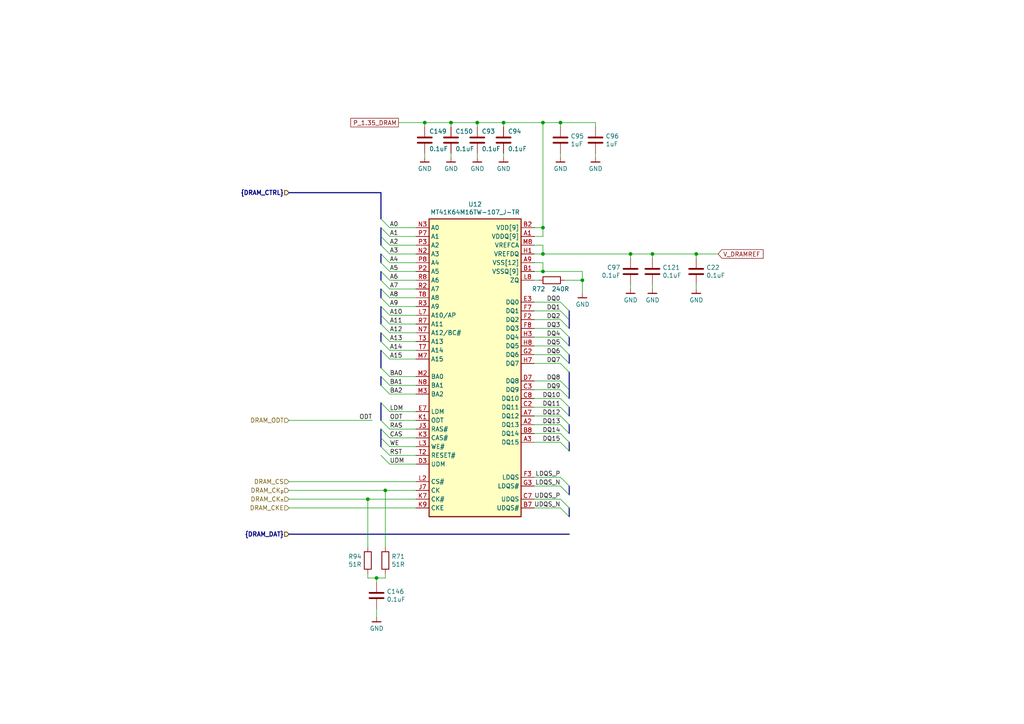
<source format=kicad_sch>
(kicad_sch (version 20200618) (host eeschema "5.99.0-unknown-73168a9~101~ubuntu18.04.1")
  (page 1 18)
  (paper "A4")
  (lib_symbols
    (symbol "Device:C" (pin_numbers hide) (pin_names (offset 0.254))
      (property "Reference" "C" (at 0.635 2.54 0))
      (property "Value" "C" (at 0.635 -2.54 0))
      (symbol "C_0_1"
        (polyline (pts (xy -2.032 -0.762) (xy 2.032 -0.762)) (stroke (width 0.508)))
        (polyline (pts (xy -2.032 0.762) (xy 2.032 0.762)) (stroke (width 0.508)))
      )
      (symbol "C_1_1"
        (pin passive line (at 0 3.81 270) (length 2.794) (name "~") (number "1"))
        (pin passive line (at 0 -3.81 90) (length 2.794) (name "~") (number "2"))
      )
    )
    (symbol "Device:R" (pin_numbers hide) (pin_names (offset 0))
      (property "Reference" "R" (at 2.032 0 90))
      (property "Value" "R" (at 0 0 90))
      (symbol "R_0_1"
        (rectangle (start -1.016 -2.54) (end 1.016 2.54) (stroke (width 0.254)))
      )
      (symbol "R_1_1"
        (pin passive line (at 0 3.81 270) (length 1.27) (name "~") (number "1"))
        (pin passive line (at 0 -3.81 90) (length 1.27) (name "~") (number "2"))
      )
    )
    (symbol "gkl_mem:MT41K512M16TW"
      (property "Reference" "U" (at 0 36.83 0))
      (property "Value" "MT41K512M16TW" (at 0 34.29 0))
      (symbol "MT41K512M16TW_0_1"
        (rectangle (start -12.7 33.02) (end 13.97 -53.34) (stroke (width 0.3302)) (fill (type background)))
      )
      (symbol "MT41K512M16TW_1_1"
        (pin input line (at 17.78 27.94 180) (length 3.81) (name "VDDQ[9]") (number "A1"))
        (pin input line (at 17.78 -26.67 180) (length 3.81) (name "DQ13") (number "A2"))
        (pin input line (at 17.78 -31.75 180) (length 3.81) (name "DQ15") (number "A3"))
        (pin input line (at 17.78 -24.13 180) (length 3.81) (name "DQ12") (number "A7"))
        (pin input line (at 17.78 27.94 180) (length 0) (name "VDDQ") (number "A8"))
        (pin input line (at 17.78 20.32 180) (length 3.81) (name "VSS[12]") (number "A9"))
        (pin input line (at 17.78 17.78 180) (length 3.81) (name "VSSQ[9]") (number "B1"))
        (pin input line (at 17.78 30.48 180) (length 3.81) (name "VDD[9]") (number "B2"))
        (pin input line (at 17.78 20.32 180) (length 0) (name "VSS") (number "B3"))
        (pin input line (at 17.78 -50.8 180) (length 3.81) (name "UDQS#") (number "B7"))
        (pin input line (at 17.78 -29.21 180) (length 3.81) (name "DQ14") (number "B8"))
        (pin input line (at 17.78 17.78 180) (length 0) (name "VSSQ") (number "B9"))
        (pin input line (at 17.78 27.94 180) (length 0) (name "VDDQ") (number "C1"))
        (pin input line (at 17.78 -21.59 180) (length 3.81) (name "DQ11") (number "C2"))
        (pin input line (at 17.78 -16.51 180) (length 3.81) (name "DQ9") (number "C3"))
        (pin input line (at 17.78 -48.26 180) (length 3.81) (name "UDQS") (number "C7"))
        (pin input line (at 17.78 -19.05 180) (length 3.81) (name "DQ10") (number "C8"))
        (pin input line (at 17.78 27.94 180) (length 0) (name "VDDQ") (number "C9"))
        (pin input line (at 17.78 17.78 180) (length 0) (name "VSSQ") (number "D1"))
        (pin input line (at 17.78 27.94 180) (length 0) (name "VDDQ") (number "D2"))
        (pin input line (at -16.51 -38.1 0) (length 3.81) (name "UDM") (number "D3"))
        (pin input line (at 17.78 -13.97 180) (length 3.81) (name "DQ8") (number "D7"))
        (pin input line (at 17.78 17.78 180) (length 0) (name "VSSQ") (number "D8"))
        (pin input line (at 17.78 30.48 180) (length 0) (name "VDD") (number "D9"))
        (pin input line (at 17.78 20.32 180) (length 0) (name "VSS") (number "E1"))
        (pin input line (at 17.78 17.78 180) (length 0) (name "VSSQ") (number "E2"))
        (pin input line (at 17.78 8.89 180) (length 3.81) (name "DQ0") (number "E3"))
        (pin input line (at -16.51 -22.86 0) (length 3.81) (name "LDM") (number "E7"))
        (pin input line (at 17.78 17.78 180) (length 0) (name "VSSQ") (number "E8"))
        (pin input line (at 17.78 27.94 180) (length 0) (name "VDDQ") (number "E9"))
        (pin input line (at 17.78 27.94 180) (length 0) (name "VDDQ") (number "F1"))
        (pin input line (at 17.78 3.81 180) (length 3.81) (name "DQ2") (number "F2"))
        (pin input line (at 17.78 -41.91 180) (length 3.81) (name "LDQS") (number "F3"))
        (pin input line (at 17.78 6.35 180) (length 3.81) (name "DQ1") (number "F7"))
        (pin input line (at 17.78 1.27 180) (length 3.81) (name "DQ3") (number "F8"))
        (pin input line (at 17.78 17.78 180) (length 0) (name "VSSQ") (number "F9"))
        (pin input line (at 17.78 17.78 180) (length 0) (name "VSSQ") (number "G1"))
        (pin input line (at 17.78 -6.35 180) (length 3.81) (name "DQ6") (number "G2"))
        (pin input line (at 17.78 -44.45 180) (length 3.81) (name "LDQS#") (number "G3"))
        (pin input line (at 17.78 30.48 180) (length 0) (name "VDD") (number "G7"))
        (pin input line (at 17.78 17.78 180) (length 0) (name "VSSQ") (number "G9"))
        (pin input line (at 17.78 22.86 180) (length 3.81) (name "VREFDQ") (number "H1"))
        (pin input line (at 17.78 27.94 180) (length 0) (name "VDDQ") (number "H2"))
        (pin input line (at 17.78 -1.27 180) (length 3.81) (name "DQ4") (number "H3"))
        (pin input line (at 17.78 -8.89 180) (length 3.81) (name "DQ7") (number "H7"))
        (pin input line (at 17.78 -3.81 180) (length 3.81) (name "DQ5") (number "H8"))
        (pin input line (at 17.78 27.94 180) (length 0) (name "VDDQ") (number "H9"))
        (pin input line (at 17.78 20.32 180) (length 0) (name "VSS") (number "J2"))
        (pin input line (at -16.51 -27.94 0) (length 3.81) (name "RAS#") (number "J3"))
        (pin input line (at -16.51 -45.72 0) (length 3.81) (name "CK") (number "J7"))
        (pin input line (at 17.78 20.32 180) (length 0) (name "VSS") (number "J8"))
        (pin input line (at -16.51 -25.4 0) (length 3.81) (name "ODT") (number "K1"))
        (pin input line (at 17.78 30.48 180) (length 0) (name "VDD") (number "K2"))
        (pin input line (at -16.51 -30.48 0) (length 3.81) (name "CAS#") (number "K3"))
        (pin input line (at -16.51 -48.26 0) (length 3.81) (name "CK#") (number "K7"))
        (pin input line (at 17.78 30.48 180) (length 0) (name "VDD") (number "K8"))
        (pin input line (at -16.51 -50.8 0) (length 3.81) (name "CKE") (number "K9"))
        (pin input line (at -16.51 -43.18 0) (length 3.81) (name "CS#") (number "L2"))
        (pin input line (at -16.51 -33.02 0) (length 3.81) (name "WE#") (number "L3"))
        (pin input line (at -16.51 5.08 0) (length 3.81) (name "A10/AP") (number "L7"))
        (pin input line (at 17.78 15.24 180) (length 3.81) (name "ZQ") (number "L8"))
        (pin input line (at 17.78 20.32 180) (length 0) (name "VSS") (number "M1"))
        (pin input line (at -16.51 -12.7 0) (length 3.81) (name "BA0") (number "M2"))
        (pin input line (at -16.51 -17.78 0) (length 3.81) (name "BA2") (number "M3"))
        (pin input line (at -16.51 -7.62 0) (length 3.81) (name "A15") (number "M7"))
        (pin input line (at 17.78 25.4 180) (length 3.81) (name "VREFCA") (number "M8"))
        (pin input line (at 17.78 20.32 180) (length 0) (name "VSS") (number "M9"))
        (pin input line (at 17.78 30.48 180) (length 0) (name "VDD") (number "N1"))
        (pin input line (at -16.51 22.86 0) (length 3.81) (name "A3") (number "N2"))
        (pin input line (at -16.51 30.48 0) (length 3.81) (name "A0") (number "N3"))
        (pin input line (at -16.51 0 0) (length 3.81) (name "A12/BC#") (number "N7"))
        (pin input line (at -16.51 -15.24 0) (length 3.81) (name "BA1") (number "N8"))
        (pin input line (at 17.78 30.48 180) (length 0) (name "VDD") (number "N9"))
        (pin input line (at 17.78 20.32 180) (length 0) (name "VSS") (number "P1"))
        (pin input line (at -16.51 17.78 0) (length 3.81) (name "A5") (number "P2"))
        (pin input line (at -16.51 25.4 0) (length 3.81) (name "A2") (number "P3"))
        (pin input line (at -16.51 27.94 0) (length 3.81) (name "A1") (number "P7"))
        (pin input line (at -16.51 20.32 0) (length 3.81) (name "A4") (number "P8"))
        (pin input line (at 17.78 20.32 180) (length 0) (name "VSS") (number "P9"))
        (pin input line (at 17.78 20.32 180) (length 0) (name "VSS") (number "P9"))
        (pin input line (at 17.78 30.48 180) (length 0) (name "VDD") (number "R1"))
        (pin input line (at -16.51 12.7 0) (length 3.81) (name "A7") (number "R2"))
        (pin input line (at -16.51 7.62 0) (length 3.81) (name "A9") (number "R3"))
        (pin input line (at -16.51 2.54 0) (length 3.81) (name "A11") (number "R7"))
        (pin input line (at -16.51 15.24 0) (length 3.81) (name "A6") (number "R8"))
        (pin input line (at 17.78 30.48 180) (length 0) (name "VDD") (number "R9"))
        (pin input line (at 17.78 20.32 180) (length 0) (name "VSS") (number "T1"))
        (pin input line (at -16.51 -35.56 0) (length 3.81) (name "RESET#") (number "T2"))
        (pin input line (at -16.51 -2.54 0) (length 3.81) (name "A13") (number "T3"))
        (pin input line (at -16.51 -5.08 0) (length 3.81) (name "A14") (number "T7"))
        (pin input line (at -16.51 10.16 0) (length 3.81) (name "A8") (number "T8"))
        (pin input line (at 17.78 20.32 180) (length 0) (name "VSS") (number "T9"))
      )
    )
    (symbol "gkl_power:GND" (power) (pin_names (offset 0))
      (property "Value" "GND" (at 0 -2.54 0))
      (symbol "GND_0_1"
        (polyline (pts (xy 0 -1.27) (xy 0 0)))
        (polyline (pts (xy 1.27 -1.27) (xy -1.27 -1.27)) (stroke (width 0.3048)))
      )
      (symbol "GND_1_1"
        (pin power_in line (at 0 0 270) (length 0) hide (name "GND") (number "1"))
      )
    )
    (symbol "power:GND" (power) (pin_names (offset 0))
      (property "Value" "GND" (at 0 -2.54 0))
      (symbol "GND_0_1"
        (polyline (pts (xy 0 -1.27) (xy 0 0)))
        (polyline (pts (xy 1.27 -1.27) (xy -1.27 -1.27)) (stroke (width 0.3048)))
      )
      (symbol "GND_1_1"
        (pin power_in line (at 0 0 270) (length 0) hide (name "GND") (number "1"))
      )
    )
  )
  (junction (at 106.68 144.78))
  (junction (at 109.22 167.64))
  (junction (at 111.76 142.24))
  (junction (at 123.19 35.56))
  (junction (at 130.81 35.56))
  (junction (at 138.43 35.56))
  (junction (at 146.05 35.56))
  (junction (at 157.48 35.56))
  (junction (at 157.48 66.04))
  (junction (at 157.48 73.66))
  (junction (at 157.48 78.74))
  (junction (at 162.56 35.56))
  (junction (at 168.91 81.28))
  (junction (at 182.88 73.66))
  (junction (at 189.23 73.66))
  (junction (at 201.93 73.66))
  (bus_entry (at 110.49 63.5) (size 2.54 2.54) (stroke (width 0.1524)))
  (bus_entry (at 110.49 66.04) (size 2.54 2.54) (stroke (width 0.1524)))
  (bus_entry (at 110.49 68.58) (size 2.54 2.54) (stroke (width 0.1524)))
  (bus_entry (at 110.49 71.12) (size 2.54 2.54) (stroke (width 0.1524)))
  (bus_entry (at 110.49 73.66) (size 2.54 2.54) (stroke (width 0.1524)))
  (bus_entry (at 110.49 76.2) (size 2.54 2.54) (stroke (width 0.1524)))
  (bus_entry (at 110.49 78.74) (size 2.54 2.54) (stroke (width 0.1524)))
  (bus_entry (at 110.49 81.28) (size 2.54 2.54) (stroke (width 0.1524)))
  (bus_entry (at 110.49 83.82) (size 2.54 2.54) (stroke (width 0.1524)))
  (bus_entry (at 110.49 86.36) (size 2.54 2.54) (stroke (width 0.1524)))
  (bus_entry (at 110.49 88.9) (size 2.54 2.54) (stroke (width 0.1524)))
  (bus_entry (at 110.49 91.44) (size 2.54 2.54) (stroke (width 0.1524)))
  (bus_entry (at 110.49 93.98) (size 2.54 2.54) (stroke (width 0.1524)))
  (bus_entry (at 110.49 96.52) (size 2.54 2.54) (stroke (width 0.1524)))
  (bus_entry (at 110.49 99.06) (size 2.54 2.54) (stroke (width 0.1524)))
  (bus_entry (at 110.49 101.6) (size 2.54 2.54) (stroke (width 0.1524)))
  (bus_entry (at 110.49 106.68) (size 2.54 2.54) (stroke (width 0.1524)))
  (bus_entry (at 110.49 109.22) (size 2.54 2.54) (stroke (width 0.1524)))
  (bus_entry (at 110.49 111.76) (size 2.54 2.54) (stroke (width 0.1524)))
  (bus_entry (at 110.49 116.84) (size 2.54 2.54) (stroke (width 0.1524)))
  (bus_entry (at 110.49 121.92) (size 2.54 2.54) (stroke (width 0.1524)))
  (bus_entry (at 110.49 124.46) (size 2.54 2.54) (stroke (width 0.1524)))
  (bus_entry (at 110.49 127) (size 2.54 2.54) (stroke (width 0.1524)))
  (bus_entry (at 110.49 129.54) (size 2.54 2.54) (stroke (width 0.1524)))
  (bus_entry (at 110.49 132.08) (size 2.54 2.54) (stroke (width 0.1524)))
  (bus_entry (at 165.1 90.17) (size -2.54 -2.54) (stroke (width 0.1524)))
  (bus_entry (at 165.1 92.71) (size -2.54 -2.54) (stroke (width 0.1524)))
  (bus_entry (at 165.1 95.25) (size -2.54 -2.54) (stroke (width 0.1524)))
  (bus_entry (at 165.1 97.79) (size -2.54 -2.54) (stroke (width 0.1524)))
  (bus_entry (at 165.1 100.33) (size -2.54 -2.54) (stroke (width 0.1524)))
  (bus_entry (at 165.1 102.87) (size -2.54 -2.54) (stroke (width 0.1524)))
  (bus_entry (at 165.1 105.41) (size -2.54 -2.54) (stroke (width 0.1524)))
  (bus_entry (at 165.1 107.95) (size -2.54 -2.54) (stroke (width 0.1524)))
  (bus_entry (at 165.1 113.03) (size -2.54 -2.54) (stroke (width 0.1524)))
  (bus_entry (at 165.1 115.57) (size -2.54 -2.54) (stroke (width 0.1524)))
  (bus_entry (at 165.1 118.11) (size -2.54 -2.54) (stroke (width 0.1524)))
  (bus_entry (at 165.1 120.65) (size -2.54 -2.54) (stroke (width 0.1524)))
  (bus_entry (at 165.1 123.19) (size -2.54 -2.54) (stroke (width 0.1524)))
  (bus_entry (at 165.1 125.73) (size -2.54 -2.54) (stroke (width 0.1524)))
  (bus_entry (at 165.1 128.27) (size -2.54 -2.54) (stroke (width 0.1524)))
  (bus_entry (at 165.1 130.81) (size -2.54 -2.54) (stroke (width 0.1524)))
  (bus_entry (at 165.1 140.97) (size -2.54 -2.54) (stroke (width 0.1524)))
  (bus_entry (at 165.1 143.51) (size -2.54 -2.54) (stroke (width 0.1524)))
  (bus_entry (at 165.1 147.32) (size -2.54 -2.54) (stroke (width 0.1524)))
  (bus_entry (at 165.1 149.86) (size -2.54 -2.54) (stroke (width 0.1524)))
  (wire (pts (xy 83.82 121.92) (xy 107.95 121.92)))
  (wire (pts (xy 83.82 139.7) (xy 120.65 139.7)))
  (wire (pts (xy 83.82 142.24) (xy 111.76 142.24)))
  (wire (pts (xy 83.82 144.78) (xy 106.68 144.78)))
  (wire (pts (xy 83.82 147.32) (xy 120.65 147.32)))
  (wire (pts (xy 106.68 144.78) (xy 106.68 158.75)))
  (wire (pts (xy 106.68 144.78) (xy 120.65 144.78)))
  (wire (pts (xy 106.68 166.37) (xy 106.68 167.64)))
  (wire (pts (xy 106.68 167.64) (xy 109.22 167.64)))
  (wire (pts (xy 109.22 167.64) (xy 109.22 168.91)))
  (wire (pts (xy 109.22 167.64) (xy 111.76 167.64)))
  (wire (pts (xy 109.22 176.53) (xy 109.22 179.07)))
  (wire (pts (xy 111.76 142.24) (xy 111.76 158.75)))
  (wire (pts (xy 111.76 142.24) (xy 120.65 142.24)))
  (wire (pts (xy 111.76 167.64) (xy 111.76 166.37)))
  (wire (pts (xy 113.03 66.04) (xy 120.65 66.04)))
  (wire (pts (xy 113.03 68.58) (xy 120.65 68.58)))
  (wire (pts (xy 113.03 71.12) (xy 120.65 71.12)))
  (wire (pts (xy 113.03 73.66) (xy 120.65 73.66)))
  (wire (pts (xy 113.03 76.2) (xy 120.65 76.2)))
  (wire (pts (xy 113.03 78.74) (xy 120.65 78.74)))
  (wire (pts (xy 113.03 81.28) (xy 120.65 81.28)))
  (wire (pts (xy 113.03 83.82) (xy 120.65 83.82)))
  (wire (pts (xy 113.03 86.36) (xy 120.65 86.36)))
  (wire (pts (xy 113.03 88.9) (xy 120.65 88.9)))
  (wire (pts (xy 113.03 91.44) (xy 120.65 91.44)))
  (wire (pts (xy 113.03 93.98) (xy 120.65 93.98)))
  (wire (pts (xy 113.03 96.52) (xy 120.65 96.52)))
  (wire (pts (xy 113.03 99.06) (xy 120.65 99.06)))
  (wire (pts (xy 113.03 101.6) (xy 120.65 101.6)))
  (wire (pts (xy 113.03 104.14) (xy 120.65 104.14)))
  (wire (pts (xy 113.03 109.22) (xy 120.65 109.22)))
  (wire (pts (xy 113.03 111.76) (xy 120.65 111.76)))
  (wire (pts (xy 113.03 114.3) (xy 120.65 114.3)))
  (wire (pts (xy 113.03 119.38) (xy 120.65 119.38)))
  (wire (pts (xy 113.03 121.92) (xy 120.65 121.92)))
  (wire (pts (xy 113.03 124.46) (xy 120.65 124.46)))
  (wire (pts (xy 113.03 127) (xy 120.65 127)))
  (wire (pts (xy 113.03 129.54) (xy 120.65 129.54)))
  (wire (pts (xy 113.03 132.08) (xy 120.65 132.08)))
  (wire (pts (xy 113.03 134.62) (xy 120.65 134.62)))
  (wire (pts (xy 115.57 35.56) (xy 123.19 35.56)))
  (wire (pts (xy 123.19 35.56) (xy 123.19 36.83)))
  (wire (pts (xy 123.19 44.45) (xy 123.19 45.72)))
  (wire (pts (xy 130.81 35.56) (xy 123.19 35.56)))
  (wire (pts (xy 130.81 35.56) (xy 130.81 36.83)))
  (wire (pts (xy 130.81 35.56) (xy 138.43 35.56)))
  (wire (pts (xy 130.81 44.45) (xy 130.81 45.72)))
  (wire (pts (xy 138.43 35.56) (xy 138.43 36.83)))
  (wire (pts (xy 138.43 35.56) (xy 146.05 35.56)))
  (wire (pts (xy 138.43 44.45) (xy 138.43 45.72)))
  (wire (pts (xy 146.05 35.56) (xy 146.05 36.83)))
  (wire (pts (xy 146.05 35.56) (xy 157.48 35.56)))
  (wire (pts (xy 146.05 44.45) (xy 146.05 45.72)))
  (wire (pts (xy 154.94 66.04) (xy 157.48 66.04)))
  (wire (pts (xy 154.94 68.58) (xy 157.48 68.58)))
  (wire (pts (xy 154.94 71.12) (xy 157.48 71.12)))
  (wire (pts (xy 154.94 73.66) (xy 157.48 73.66)))
  (wire (pts (xy 154.94 76.2) (xy 157.48 76.2)))
  (wire (pts (xy 154.94 78.74) (xy 157.48 78.74)))
  (wire (pts (xy 154.94 81.28) (xy 156.21 81.28)))
  (wire (pts (xy 154.94 87.63) (xy 162.56 87.63)))
  (wire (pts (xy 154.94 90.17) (xy 162.56 90.17)))
  (wire (pts (xy 154.94 92.71) (xy 162.56 92.71)))
  (wire (pts (xy 154.94 95.25) (xy 162.56 95.25)))
  (wire (pts (xy 154.94 97.79) (xy 162.56 97.79)))
  (wire (pts (xy 154.94 100.33) (xy 162.56 100.33)))
  (wire (pts (xy 154.94 102.87) (xy 162.56 102.87)))
  (wire (pts (xy 154.94 105.41) (xy 162.56 105.41)))
  (wire (pts (xy 154.94 110.49) (xy 162.56 110.49)))
  (wire (pts (xy 154.94 113.03) (xy 162.56 113.03)))
  (wire (pts (xy 154.94 115.57) (xy 162.56 115.57)))
  (wire (pts (xy 154.94 118.11) (xy 162.56 118.11)))
  (wire (pts (xy 154.94 120.65) (xy 162.56 120.65)))
  (wire (pts (xy 154.94 123.19) (xy 162.56 123.19)))
  (wire (pts (xy 154.94 125.73) (xy 162.56 125.73)))
  (wire (pts (xy 154.94 128.27) (xy 162.56 128.27)))
  (wire (pts (xy 154.94 138.43) (xy 162.56 138.43)))
  (wire (pts (xy 154.94 140.97) (xy 162.56 140.97)))
  (wire (pts (xy 154.94 144.78) (xy 162.56 144.78)))
  (wire (pts (xy 154.94 147.32) (xy 162.56 147.32)))
  (wire (pts (xy 157.48 35.56) (xy 162.56 35.56)))
  (wire (pts (xy 157.48 66.04) (xy 157.48 35.56)))
  (wire (pts (xy 157.48 68.58) (xy 157.48 66.04)))
  (wire (pts (xy 157.48 71.12) (xy 157.48 73.66)))
  (wire (pts (xy 157.48 73.66) (xy 182.88 73.66)))
  (wire (pts (xy 157.48 76.2) (xy 157.48 78.74)))
  (wire (pts (xy 157.48 78.74) (xy 168.91 78.74)))
  (wire (pts (xy 162.56 35.56) (xy 162.56 36.83)))
  (wire (pts (xy 162.56 35.56) (xy 172.72 35.56)))
  (wire (pts (xy 162.56 44.45) (xy 162.56 45.72)))
  (wire (pts (xy 163.83 81.28) (xy 168.91 81.28)))
  (wire (pts (xy 168.91 78.74) (xy 168.91 81.28)))
  (wire (pts (xy 168.91 81.28) (xy 168.91 85.09)))
  (wire (pts (xy 172.72 35.56) (xy 172.72 36.83)))
  (wire (pts (xy 172.72 44.45) (xy 172.72 45.72)))
  (wire (pts (xy 182.88 73.66) (xy 182.88 74.93)))
  (wire (pts (xy 182.88 73.66) (xy 189.23 73.66)))
  (wire (pts (xy 182.88 82.55) (xy 182.88 83.82)))
  (wire (pts (xy 189.23 73.66) (xy 189.23 74.93)))
  (wire (pts (xy 189.23 73.66) (xy 201.93 73.66)))
  (wire (pts (xy 189.23 82.55) (xy 189.23 83.82)))
  (wire (pts (xy 201.93 73.66) (xy 201.93 74.93)))
  (wire (pts (xy 201.93 73.66) (xy 208.28 73.66)))
  (wire (pts (xy 201.93 82.55) (xy 201.93 83.82)))
  (bus (pts (xy 83.82 55.88) (xy 110.49 55.88)))
  (bus (pts (xy 83.82 154.94) (xy 165.1 154.94)))
  (bus (pts (xy 110.49 55.88) (xy 110.49 66.04)))
  (bus (pts (xy 110.49 66.04) (xy 110.49 68.58)))
  (bus (pts (xy 110.49 68.58) (xy 110.49 73.66)))
  (bus (pts (xy 110.49 73.66) (xy 110.49 78.74)))
  (bus (pts (xy 110.49 78.74) (xy 110.49 83.82)))
  (bus (pts (xy 110.49 83.82) (xy 110.49 88.9)))
  (bus (pts (xy 110.49 88.9) (xy 110.49 91.44)))
  (bus (pts (xy 110.49 91.44) (xy 110.49 96.52)))
  (bus (pts (xy 110.49 96.52) (xy 110.49 101.6)))
  (bus (pts (xy 110.49 101.6) (xy 110.49 109.22)))
  (bus (pts (xy 110.49 109.22) (xy 110.49 116.84)))
  (bus (pts (xy 110.49 116.84) (xy 110.49 124.46)))
  (bus (pts (xy 110.49 124.46) (xy 110.49 127)))
  (bus (pts (xy 110.49 127) (xy 110.49 132.08)))
  (bus (pts (xy 165.1 90.17) (xy 165.1 92.71)))
  (bus (pts (xy 165.1 92.71) (xy 165.1 97.79)))
  (bus (pts (xy 165.1 97.79) (xy 165.1 102.87)))
  (bus (pts (xy 165.1 102.87) (xy 165.1 107.95)))
  (bus (pts (xy 165.1 107.95) (xy 165.1 113.03)))
  (bus (pts (xy 165.1 113.03) (xy 165.1 118.11)))
  (bus (pts (xy 165.1 118.11) (xy 165.1 123.19)))
  (bus (pts (xy 165.1 123.19) (xy 165.1 128.27)))
  (bus (pts (xy 165.1 128.27) (xy 165.1 140.97)))
  (bus (pts (xy 165.1 140.97) (xy 165.1 147.32)))
  (bus (pts (xy 165.1 147.32) (xy 165.1 154.94)))
  (label "ODT" (at 107.95 121.92 180))
  (label "A0" (at 113.03 66.04 0))
  (label "A1" (at 113.03 68.58 0))
  (label "A2" (at 113.03 71.12 0))
  (label "A3" (at 113.03 73.66 0))
  (label "A4" (at 113.03 76.2 0))
  (label "A5" (at 113.03 78.74 0))
  (label "A6" (at 113.03 81.28 0))
  (label "A7" (at 113.03 83.82 0))
  (label "A8" (at 113.03 86.36 0))
  (label "A9" (at 113.03 88.9 0))
  (label "A10" (at 113.03 91.44 0))
  (label "A11" (at 113.03 93.98 0))
  (label "A12" (at 113.03 96.52 0))
  (label "A13" (at 113.03 99.06 0))
  (label "A14" (at 113.03 101.6 0))
  (label "A15" (at 113.03 104.14 0))
  (label "BA0" (at 113.03 109.22 0))
  (label "BA1" (at 113.03 111.76 0))
  (label "BA2" (at 113.03 114.3 0))
  (label "LDM" (at 113.03 119.38 0))
  (label "ODT" (at 113.03 121.92 0))
  (label "RAS" (at 113.03 124.46 0))
  (label "CAS" (at 113.03 127 0))
  (label "WE" (at 113.03 129.54 0))
  (label "RST" (at 113.03 132.08 0))
  (label "UDM" (at 113.03 134.62 0))
  (label "DQ0" (at 162.56 87.63 180))
  (label "DQ1" (at 162.56 90.17 180))
  (label "DQ2" (at 162.56 92.71 180))
  (label "DQ3" (at 162.56 95.25 180))
  (label "DQ4" (at 162.56 97.79 180))
  (label "DQ5" (at 162.56 100.33 180))
  (label "DQ6" (at 162.56 102.87 180))
  (label "DQ7" (at 162.56 105.41 180))
  (label "DQ8" (at 162.56 110.49 180))
  (label "DQ9" (at 162.56 113.03 180))
  (label "DQ10" (at 162.56 115.57 180))
  (label "DQ11" (at 162.56 118.11 180))
  (label "DQ12" (at 162.56 120.65 180))
  (label "DQ13" (at 162.56 123.19 180))
  (label "DQ14" (at 162.56 125.73 180))
  (label "DQ15" (at 162.56 128.27 180))
  (label "LDQS_P" (at 162.56 138.43 180))
  (label "LDQS_N" (at 162.56 140.97 180))
  (label "UDQS_P" (at 162.56 144.78 180))
  (label "UDQS_N" (at 162.56 147.32 180))
  (global_label "P_1.35_DRAM" (shape passive) (at 115.57 35.56 180))
  (global_label "V_DRAMREF" (shape input) (at 208.28 73.66 0))
  (hierarchical_label "{DRAM_CTRL}" (shape input) (at 83.82 55.88 180) (effects (font (thickness 0.254) bold)))
  (hierarchical_label "DRAM_ODT" (shape input) (at 83.82 121.92 180))
  (hierarchical_label "DRAM_CS" (shape input) (at 83.82 139.7 180))
  (hierarchical_label "DRAM_CK_{p}" (shape input) (at 83.82 142.24 180))
  (hierarchical_label "DRAM_CK_{n}" (shape input) (at 83.82 144.78 180))
  (hierarchical_label "DRAM_CKE" (shape input) (at 83.82 147.32 180))
  (hierarchical_label "{DRAM_DAT}" (shape input) (at 83.82 154.94 180) (effects (font (thickness 0.254) bold)))
  (symbol (lib_id "gkl_power:GND") (at 109.22 179.07 0)
    (property "Reference" "#PWR0237" (effects hide))
    (property "Value" "GND" (at 109.2581 182.2768 0))
  )
  (symbol (lib_id "gkl_power:GND") (at 123.19 45.72 0)
    (property "Reference" "#PWR0240" (effects hide))
    (property "Value" "GND" (at 123.2281 48.9268 0))
  )
  (symbol (lib_id "gkl_power:GND") (at 130.81 45.72 0)
    (property "Reference" "#PWR0241" (effects hide))
    (property "Value" "GND" (at 130.8481 48.9268 0))
  )
  (symbol (lib_id "gkl_power:GND") (at 138.43 45.72 0)
    (property "Reference" "#PWR0157" (effects hide))
    (property "Value" "GND" (at 138.4681 48.9268 0))
  )
  (symbol (lib_id "gkl_power:GND") (at 146.05 45.72 0)
    (property "Reference" "#PWR0158" (effects hide))
    (property "Value" "GND" (at 146.0881 48.9268 0))
  )
  (symbol (lib_id "gkl_power:GND") (at 162.56 45.72 0)
    (property "Reference" "#PWR0159" (effects hide))
    (property "Value" "GND" (at 162.5981 48.9268 0))
  )
  (symbol (lib_id "power:GND") (at 168.91 85.09 0)
    (property "Reference" "#PWR0160" (effects hide))
    (property "Value" "GND" (at 168.9862 88.2904 0))
  )
  (symbol (lib_id "gkl_power:GND") (at 172.72 45.72 0)
    (property "Reference" "#PWR0161" (effects hide))
    (property "Value" "GND" (at 172.7581 48.9268 0))
  )
  (symbol (lib_id "gkl_power:GND") (at 182.88 83.82 0)
    (property "Reference" "#PWR0162" (effects hide))
    (property "Value" "GND" (at 182.9181 87.0268 0))
  )
  (symbol (lib_id "gkl_power:GND") (at 189.23 83.82 0)
    (property "Reference" "#PWR0209" (effects hide))
    (property "Value" "GND" (at 189.2681 87.0268 0))
  )
  (symbol (lib_id "gkl_power:GND") (at 201.93 83.82 0)
    (property "Reference" "#PWR0104" (effects hide))
    (property "Value" "GND" (at 201.9681 87.0268 0))
  )
  (symbol (lib_id "Device:R") (at 106.68 162.56 180)
    (property "Reference" "R94" (at 104.9019 161.4106 0) (effects (justify left)))
    (property "Value" "51R" (at 104.9019 163.7093 0) (effects (justify left)))
    (property "Footprint" "Resistor_SMD:R_0402_1005Metric" (effects hide))
  )
  (symbol (lib_id "Device:R") (at 111.76 162.56 180)
    (property "Reference" "R71" (at 113.5381 161.4106 0) (effects (justify right)))
    (property "Value" "51R" (at 113.5381 163.7093 0) (effects (justify right)))
    (property "Footprint" "Resistor_SMD:R_0402_1005Metric" (effects hide))
  )
  (symbol (lib_id "Device:R") (at 160.02 81.28 90)
    (property "Reference" "R72" (at 156.21 83.82 90))
    (property "Value" "240R" (at 162.56 83.82 90))
    (property "Footprint" "Resistor_SMD:R_0402_1005Metric" (effects hide))
  )
  (symbol (lib_id "Device:C") (at 109.22 172.72 0)
    (property "Reference" "C146" (at 112.1411 171.5706 0) (effects (justify left)))
    (property "Value" "0.1uF" (at 112.1411 173.8693 0) (effects (justify left)))
    (property "Footprint" "Capacitor_SMD:C_0402_1005Metric" (effects hide))
  )
  (symbol (lib_id "Device:C") (at 123.19 40.64 0)
    (property "Reference" "C149" (at 124.46 38.1 0) (effects (justify left)))
    (property "Value" "0.1uF" (at 124.46 43.18 0) (effects (justify left)))
    (property "Footprint" "Capacitor_SMD:C_0402_1005Metric" (effects hide))
  )
  (symbol (lib_id "Device:C") (at 130.81 40.64 0)
    (property "Reference" "C150" (at 132.08 38.1 0) (effects (justify left)))
    (property "Value" "0.1uF" (at 132.08 43.18 0) (effects (justify left)))
    (property "Footprint" "Capacitor_SMD:C_0402_1005Metric" (effects hide))
  )
  (symbol (lib_id "Device:C") (at 138.43 40.64 0)
    (property "Reference" "C93" (at 139.7 38.1 0) (effects (justify left)))
    (property "Value" "0.1uF" (at 139.7 43.18 0) (effects (justify left)))
    (property "Footprint" "Capacitor_SMD:C_0402_1005Metric" (effects hide))
  )
  (symbol (lib_id "Device:C") (at 146.05 40.64 0)
    (property "Reference" "C94" (at 147.32 38.1 0) (effects (justify left)))
    (property "Value" "0.1uF" (at 147.32 43.18 0) (effects (justify left)))
    (property "Footprint" "Capacitor_SMD:C_0402_1005Metric" (effects hide))
  )
  (symbol (lib_id "Device:C") (at 162.56 40.64 0)
    (property "Reference" "C95" (at 165.4811 39.4906 0) (effects (justify left)))
    (property "Value" "1uF" (at 165.4811 41.7893 0) (effects (justify left)))
    (property "Footprint" "Capacitor_SMD:C_0402_1005Metric" (effects hide))
  )
  (symbol (lib_id "Device:C") (at 172.72 40.64 0)
    (property "Reference" "C96" (at 175.6411 39.4906 0) (effects (justify left)))
    (property "Value" "1uF" (at 175.6411 41.7893 0) (effects (justify left)))
    (property "Footprint" "Capacitor_SMD:C_0402_1005Metric" (effects hide))
  )
  (symbol (lib_id "Device:C") (at 182.88 78.74 0)
    (property "Reference" "C97" (at 179.9589 77.5906 0) (effects (justify right)))
    (property "Value" "0.1uF" (at 179.9589 79.8893 0) (effects (justify right)))
    (property "Footprint" "Capacitor_SMD:C_0402_1005Metric" (effects hide))
  )
  (symbol (lib_id "Device:C") (at 189.23 78.74 0)
    (property "Reference" "C121" (at 192.1511 77.5906 0) (effects (justify left)))
    (property "Value" "0.1uF" (at 192.1511 79.8893 0) (effects (justify left)))
    (property "Footprint" "Capacitor_SMD:C_0402_1005Metric" (effects hide))
  )
  (symbol (lib_id "Device:C") (at 201.93 78.74 0)
    (property "Reference" "C22" (at 204.8511 77.5906 0) (effects (justify left)))
    (property "Value" "0.1uF" (at 204.8511 79.8893 0) (effects (justify left)))
    (property "Footprint" "Capacitor_SMD:C_0402_1005Metric" (effects hide))
  )
  (symbol (lib_id "gkl_mem:MT41K512M16TW") (at 137.16 96.52 0)
    (property "Reference" "U12" (at 137.795 59.2582 0))
    (property "Value" "MT41K64M16TW-107_J-TR" (at 137.795 61.5442 0))
    (property "Footprint" "Package_BGA:BGA-96_9.0x13.0mm_Layout2x3x16_P0.8mm" (effects hide))
  )
)
</source>
